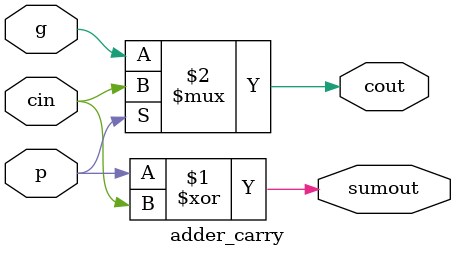
<source format=v>
module DFFRE(
    input D,
    input R,
    input E,
    (* clkbuf_sink *)
    input C,
    output reg Q
);
`ifndef VCS_MODE
parameter INIT_VALUE = 1'b0;
initial begin
    Q = INIT_VALUE;
end
`endif
    always @(posedge C or negedge R)
        if (R == 1'b0)
            Q <= 1'b0;
        else if (E == 1'b1)
            Q <= D;
endmodule

//------------------------------------------------------------------------------
// Falling-edge D-flip-flop with
// active-Low asynchronous reset and
// active-high enable
//------------------------------------------------------------------------------
module DFFNRE(
    input D,
    input R,
    input E,
    (* clkbuf_sink *)
    input C,
    output reg Q
);
`ifndef VCS_MODE
parameter INIT_VALUE = 1'b0;
initial begin
    Q = INIT_VALUE;
end
`endif
    always @(negedge C or negedge R)
        if (R == 1'b0)
            Q <= 1'b0;
        else if (E == 1'b1)
            Q <= D;
endmodule

//------------------------------------------------------------------------------
// 1 bit adder_carry
//------------------------------------------------------------------------------
module adder_carry (p, g, cin, sumout, cout);
    input p;
    input g;
    input cin;
    output sumout;
    output cout;

    assign {cout, sumout} = {p ? cin : g, p ^ cin};
endmodule

</source>
